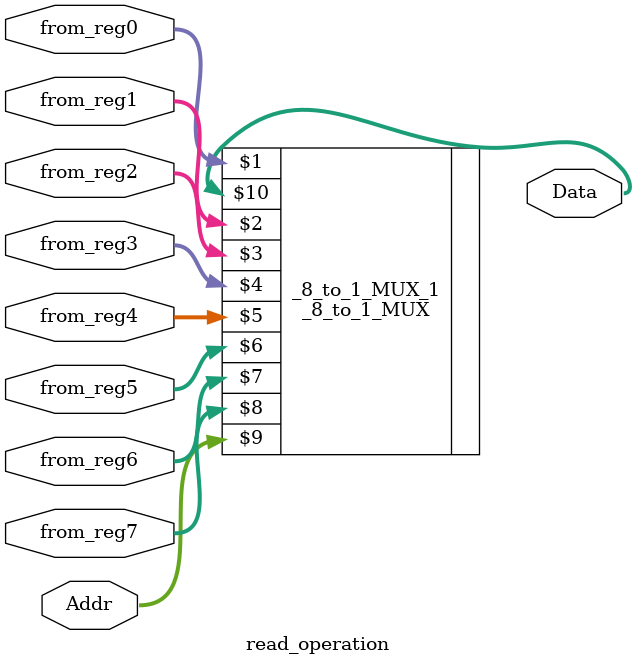
<source format=v>
module read_operation (Addr, Data, from_reg0, from_reg1, from_reg2, from_reg3, from_reg4, from_reg5, from_reg6, from_reg7);
	input[31:0] from_reg0, from_reg1, from_reg2, from_reg3, from_reg4, from_reg5, from_reg6, from_reg7;
	input[2:0] Addr;
	output[31:0] Data;
	
	_8_to_1_MUX _8_to_1_MUX_1(from_reg0,from_reg1,from_reg2,from_reg3,from_reg4,from_reg5,from_reg6,from_reg7,Addr,Data);
	//data will be only one from_reg value depending on Addr
	
endmodule 
</source>
